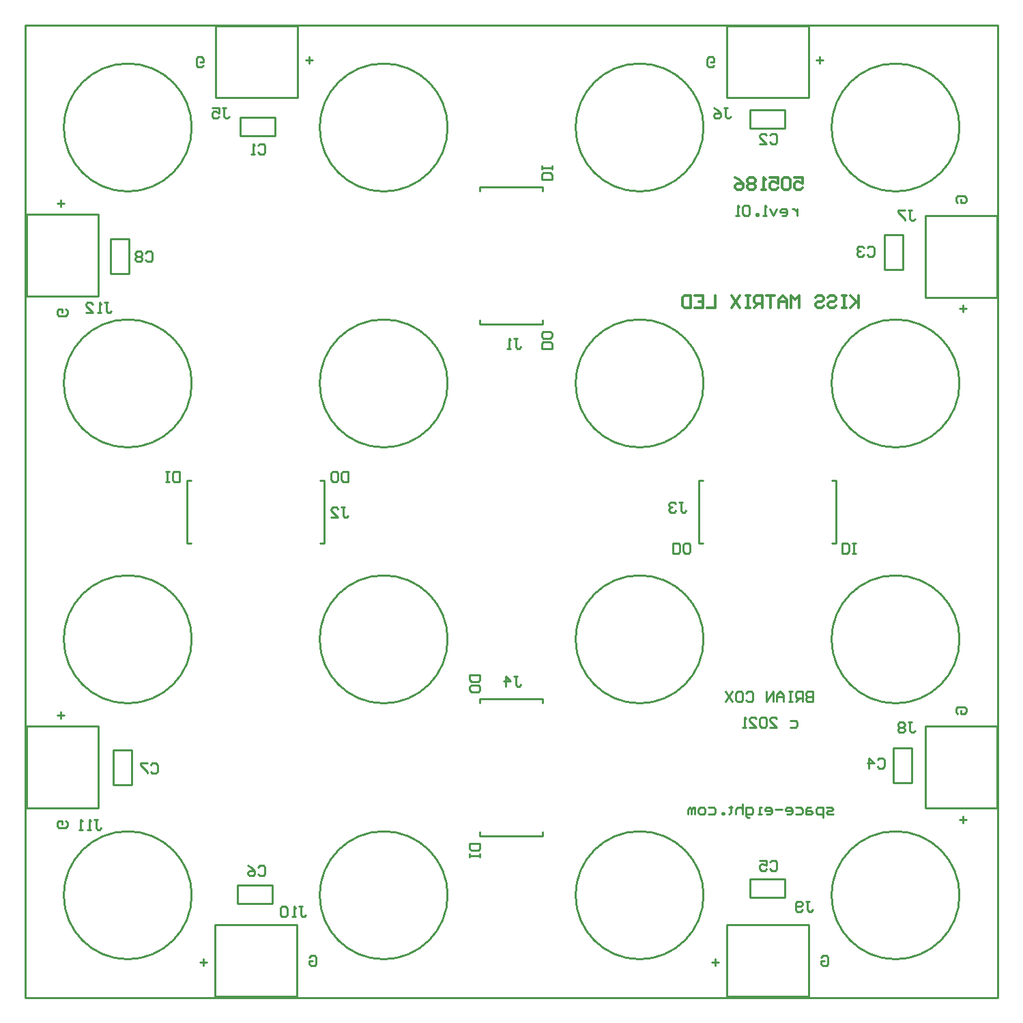
<source format=gbo>
%FSLAX25Y25*%
%MOIN*%
G70*
G01*
G75*
G04 Layer_Color=33789*
%ADD10R,0.05906X0.05906*%
%ADD11P,0.08352X4X345.0*%
%ADD12P,0.08352X4X285.0*%
%ADD13C,0.02500*%
%ADD14C,0.05000*%
%ADD15C,0.16500*%
%ADD16R,0.12500X0.12500*%
%ADD17C,0.12500*%
%ADD18R,0.12500X0.12500*%
%ADD19C,0.04000*%
%ADD20R,0.05000X0.08000*%
%ADD21R,0.08000X0.05000*%
%ADD22R,0.17716X0.12205*%
%ADD23R,0.12205X0.17716*%
%ADD24C,0.01000*%
%ADD25C,0.01200*%
D24*
X381750Y600500D02*
G03*
X381750Y600500I-31250J0D01*
G01*
X506750D02*
G03*
X506750Y600500I-31250J0D01*
G01*
X756750D02*
G03*
X756750Y600500I-31250J0D01*
G01*
X631750D02*
G03*
X631750Y600500I-31250J0D01*
G01*
X381750Y475500D02*
G03*
X381750Y475500I-31250J0D01*
G01*
X506750D02*
G03*
X506750Y475500I-31250J0D01*
G01*
X631750D02*
G03*
X631750Y475500I-31250J0D01*
G01*
Y350500D02*
G03*
X631750Y350500I-31250J0D01*
G01*
X756750Y475500D02*
G03*
X756750Y475500I-31250J0D01*
G01*
Y350500D02*
G03*
X756750Y350500I-31250J0D01*
G01*
X506750D02*
G03*
X506750Y350500I-31250J0D01*
G01*
X381750D02*
G03*
X381750Y350500I-31250J0D01*
G01*
Y725500D02*
G03*
X381750Y725500I-31250J0D01*
G01*
X756750D02*
G03*
X756750Y725500I-31250J0D01*
G01*
X631750D02*
G03*
X631750Y725500I-31250J0D01*
G01*
X506750D02*
G03*
X506750Y725500I-31250J0D01*
G01*
X300500Y300500D02*
X775500D01*
X300500D02*
Y775500D01*
X775500Y300500D02*
Y775500D01*
X300500D02*
X775500D01*
X654484Y349484D02*
Y358516D01*
Y349484D02*
X671516D01*
Y358516D01*
X654484D02*
X671516D01*
X301000Y643000D02*
X318500D01*
X336000D02*
Y683000D01*
X301000D02*
X318500D01*
X301000Y643000D02*
Y683000D01*
X318500D02*
X336000D01*
X318500Y643000D02*
X336000D01*
X301000Y393000D02*
X318500D01*
X336000D02*
Y433000D01*
X301000D02*
X318500D01*
X301000Y393000D02*
Y433000D01*
X318500D02*
X336000D01*
X318500Y393000D02*
X336000D01*
X433000Y301000D02*
Y318500D01*
X393000Y336000D02*
X433000D01*
X393000Y301000D02*
Y318500D01*
Y301000D02*
X433000D01*
X393000Y318500D02*
Y336000D01*
X433000Y318500D02*
Y336000D01*
X683000Y301000D02*
Y318500D01*
X643000Y336000D02*
X683000D01*
X643000Y301000D02*
Y318500D01*
Y301000D02*
X683000D01*
X643000Y318500D02*
Y336000D01*
X683000Y318500D02*
Y336000D01*
X757500Y433000D02*
X775000D01*
X740000Y393000D02*
Y433000D01*
X757500Y393000D02*
X775000D01*
Y433000D01*
X740000Y393000D02*
X757500D01*
X740000Y433000D02*
X757500D01*
Y682500D02*
X775000D01*
X740000Y642500D02*
Y682500D01*
X757500Y642500D02*
X775000D01*
Y682500D01*
X740000Y642500D02*
X757500D01*
X740000Y682500D02*
X757500D01*
X643000Y757500D02*
Y775000D01*
Y740000D02*
X683000D01*
Y757500D02*
Y775000D01*
X643000D02*
X683000D01*
Y740000D02*
Y757500D01*
X643000Y740000D02*
Y757500D01*
X393500D02*
Y775000D01*
Y740000D02*
X433500D01*
Y757500D02*
Y775000D01*
X393500D02*
X433500D01*
Y740000D02*
Y757500D01*
X393500Y740000D02*
Y757500D01*
X351016Y653984D02*
Y671016D01*
X341984Y653984D02*
X351016D01*
X341984D02*
Y671016D01*
X351016D01*
X352516Y404484D02*
Y421516D01*
X343484Y404484D02*
X352516D01*
X343484D02*
Y421516D01*
X352516D01*
X403984Y355516D02*
X421016D01*
Y346484D02*
Y355516D01*
X403984Y346484D02*
X421016D01*
X403984D02*
Y355516D01*
X724484Y405484D02*
Y422516D01*
X733516D01*
Y405484D02*
Y422516D01*
X724484Y405484D02*
X733516D01*
X719984Y655984D02*
Y673016D01*
X729016D01*
Y655984D02*
Y673016D01*
X719984Y655984D02*
X729016D01*
X654484Y724984D02*
X671516D01*
X654484D02*
Y734016D01*
X671516D01*
Y724984D02*
Y734016D01*
X405484Y721484D02*
X422516D01*
X405484D02*
Y730516D01*
X422516D01*
Y721484D02*
Y730516D01*
X552953Y379409D02*
Y381378D01*
X522441Y379409D02*
X552953D01*
X522441D02*
Y381378D01*
X552953Y444370D02*
Y446339D01*
X522441D02*
X552953D01*
X522441Y444370D02*
Y446339D01*
X694370Y552953D02*
X696339D01*
Y522441D02*
Y552953D01*
X694370Y522441D02*
X696339D01*
X629409Y552953D02*
X631378D01*
X629409Y522441D02*
Y552953D01*
Y522441D02*
X631378D01*
X379409D02*
X381378D01*
X379409D02*
Y552953D01*
X381378D01*
X444370Y522441D02*
X446339D01*
Y552953D01*
X444370D02*
X446339D01*
X522547Y694370D02*
Y696339D01*
X553059D01*
Y694370D02*
Y696339D01*
X522547Y629409D02*
Y631378D01*
Y629409D02*
X553059D01*
Y631378D01*
X616858Y517502D02*
Y522500D01*
X619357D01*
X620190Y521667D01*
Y518335D01*
X619357Y517502D01*
X616858D01*
X624356D02*
X622690D01*
X621857Y518335D01*
Y521667D01*
X622690Y522500D01*
X624356D01*
X625189Y521667D01*
Y518335D01*
X624356Y517502D01*
X699358D02*
Y522500D01*
X701858D01*
X702691Y521667D01*
Y518335D01*
X701858Y517502D01*
X699358D01*
X704357D02*
X706023D01*
X705190D01*
Y522500D01*
X704357D01*
X706023D01*
X517502Y458142D02*
X522500D01*
Y455643D01*
X521667Y454810D01*
X518335D01*
X517502Y455643D01*
Y458142D01*
Y450644D02*
Y452310D01*
X518335Y453143D01*
X521667D01*
X522500Y452310D01*
Y450644D01*
X521667Y449811D01*
X518335D01*
X517502Y450644D01*
Y375642D02*
X522500D01*
Y373143D01*
X521667Y372309D01*
X518335D01*
X517502Y373143D01*
Y375642D01*
Y370643D02*
Y368977D01*
Y369810D01*
X522500D01*
Y370643D01*
Y368977D01*
X458248Y557498D02*
Y552500D01*
X455749D01*
X454916Y553333D01*
Y556665D01*
X455749Y557498D01*
X458248D01*
X450750D02*
X452417D01*
X453250Y556665D01*
Y553333D01*
X452417Y552500D01*
X450750D01*
X449917Y553333D01*
Y556665D01*
X450750Y557498D01*
X375748D02*
Y552500D01*
X373249D01*
X372416Y553333D01*
Y556665D01*
X373249Y557498D01*
X375748D01*
X370750D02*
X369083D01*
X369917D01*
Y552500D01*
X370750D01*
X369083D01*
X557605Y617500D02*
X552606D01*
Y619999D01*
X553439Y620832D01*
X556772D01*
X557605Y619999D01*
Y617500D01*
Y624998D02*
Y623331D01*
X556772Y622498D01*
X553439D01*
X552606Y623331D01*
Y624998D01*
X553439Y625831D01*
X556772D01*
X557605Y624998D01*
Y700000D02*
X552606D01*
Y702499D01*
X553439Y703332D01*
X556772D01*
X557605Y702499D01*
Y700000D01*
Y704998D02*
Y706665D01*
Y705831D01*
X552606D01*
Y704998D01*
Y706665D01*
X760000Y636999D02*
X756668D01*
X758334Y638665D02*
Y635333D01*
X755835Y688668D02*
X755002Y689501D01*
Y691167D01*
X755835Y692000D01*
X759167D01*
X760000Y691167D01*
Y689501D01*
X759167Y688668D01*
X757501D01*
Y690334D01*
X688501Y760000D02*
Y756668D01*
X686835Y758334D02*
X690167D01*
X636832Y755835D02*
X635999Y755002D01*
X634333D01*
X633500Y755835D01*
Y759167D01*
X634333Y760000D01*
X635999D01*
X636832Y759167D01*
Y757501D01*
X635166D01*
X439001Y760000D02*
Y756668D01*
X437335Y758334D02*
X440667D01*
X387332Y755835D02*
X386499Y755002D01*
X384833D01*
X384000Y755835D01*
Y759167D01*
X384833Y760000D01*
X386499D01*
X387332Y759167D01*
Y757501D01*
X385666D01*
X316000Y688501D02*
X319332D01*
X317666Y686835D02*
Y690167D01*
X320165Y636832D02*
X320998Y635999D01*
Y634333D01*
X320165Y633500D01*
X316833D01*
X316000Y634333D01*
Y635999D01*
X316833Y636832D01*
X318499D01*
Y635166D01*
X316000Y438501D02*
X319332D01*
X317666Y436835D02*
Y440167D01*
X320165Y386832D02*
X320998Y385999D01*
Y384333D01*
X320165Y383500D01*
X316833D01*
X316000Y384333D01*
Y385999D01*
X316833Y386832D01*
X318499D01*
Y385166D01*
X387499Y316000D02*
Y319332D01*
X389165Y317666D02*
X385833D01*
X439168Y320165D02*
X440001Y320998D01*
X441667D01*
X442500Y320165D01*
Y316833D01*
X441667Y316000D01*
X440001D01*
X439168Y316833D01*
Y318499D01*
X440834D01*
X637499Y316000D02*
Y319332D01*
X639165Y317666D02*
X635833D01*
X689168Y320165D02*
X690001Y320998D01*
X691667D01*
X692500Y320165D01*
Y316833D01*
X691667Y316000D01*
X690001D01*
X689168Y316833D01*
Y318499D01*
X690834D01*
X664168Y366665D02*
X665001Y367498D01*
X666667D01*
X667500Y366665D01*
Y363333D01*
X666667Y362500D01*
X665001D01*
X664168Y363333D01*
X659169Y367498D02*
X662502D01*
Y364999D01*
X660836Y365832D01*
X660002D01*
X659169Y364999D01*
Y363333D01*
X660002Y362500D01*
X661669D01*
X662502Y363333D01*
X414168Y716665D02*
X415001Y717498D01*
X416667D01*
X417500Y716665D01*
Y713333D01*
X416667Y712500D01*
X415001D01*
X414168Y713333D01*
X412502Y712500D02*
X410836D01*
X411669D01*
Y717498D01*
X412502Y716665D01*
X664168Y721665D02*
X665001Y722498D01*
X666667D01*
X667500Y721665D01*
Y718333D01*
X666667Y717500D01*
X665001D01*
X664168Y718333D01*
X659169Y717500D02*
X662502D01*
X659169Y720832D01*
Y721665D01*
X660002Y722498D01*
X661669D01*
X662502Y721665D01*
X711668Y666665D02*
X712501Y667498D01*
X714167D01*
X715000Y666665D01*
Y663333D01*
X714167Y662500D01*
X712501D01*
X711668Y663333D01*
X710002Y666665D02*
X709169Y667498D01*
X707502D01*
X706669Y666665D01*
Y665832D01*
X707502Y664999D01*
X708335D01*
X707502D01*
X706669Y664166D01*
Y663333D01*
X707502Y662500D01*
X709169D01*
X710002Y663333D01*
X716668Y416665D02*
X717501Y417498D01*
X719167D01*
X720000Y416665D01*
Y413333D01*
X719167Y412500D01*
X717501D01*
X716668Y413333D01*
X712502Y412500D02*
Y417498D01*
X715002Y414999D01*
X711669D01*
X414168Y364165D02*
X415001Y364998D01*
X416667D01*
X417500Y364165D01*
Y360833D01*
X416667Y360000D01*
X415001D01*
X414168Y360833D01*
X409169Y364998D02*
X410836Y364165D01*
X412502Y362499D01*
Y360833D01*
X411669Y360000D01*
X410002D01*
X409169Y360833D01*
Y361666D01*
X410002Y362499D01*
X412502D01*
X361668Y414165D02*
X362501Y414998D01*
X364167D01*
X365000Y414165D01*
Y410833D01*
X364167Y410000D01*
X362501D01*
X361668Y410833D01*
X360002Y414998D02*
X356669D01*
Y414165D01*
X360002Y410833D01*
Y410000D01*
X359168Y664165D02*
X360001Y664998D01*
X361667D01*
X362500Y664165D01*
Y660833D01*
X361667Y660000D01*
X360001D01*
X359168Y660833D01*
X357502Y664165D02*
X356669Y664998D01*
X355002D01*
X354169Y664165D01*
Y663332D01*
X355002Y662499D01*
X354169Y661666D01*
Y660833D01*
X355002Y660000D01*
X356669D01*
X357502Y660833D01*
Y661666D01*
X356669Y662499D01*
X357502Y663332D01*
Y664165D01*
X356669Y662499D02*
X355002D01*
X539168Y622498D02*
X540834D01*
X540001D01*
Y618333D01*
X540834Y617500D01*
X541667D01*
X542500Y618333D01*
X537502Y617500D02*
X535836D01*
X536669D01*
Y622498D01*
X537502Y621665D01*
X454916Y539998D02*
X456582D01*
X455749D01*
Y535833D01*
X456582Y535000D01*
X457415D01*
X458248Y535833D01*
X449917Y535000D02*
X453250D01*
X449917Y538332D01*
Y539165D01*
X450750Y539998D01*
X452417D01*
X453250Y539165D01*
X619916Y542498D02*
X621582D01*
X620749D01*
Y538333D01*
X621582Y537500D01*
X622415D01*
X623248Y538333D01*
X618250Y541665D02*
X617417Y542498D01*
X615751D01*
X614917Y541665D01*
Y540832D01*
X615751Y539999D01*
X616583D01*
X615751D01*
X614917Y539166D01*
Y538333D01*
X615751Y537500D01*
X617417D01*
X618250Y538333D01*
X539168Y457498D02*
X540834D01*
X540001D01*
Y453333D01*
X540834Y452500D01*
X541667D01*
X542500Y453333D01*
X535002Y452500D02*
Y457498D01*
X537502Y454999D01*
X534169D01*
X396668Y734998D02*
X398334D01*
X397501D01*
Y730833D01*
X398334Y730000D01*
X399167D01*
X400000Y730833D01*
X391669Y734998D02*
X395002D01*
Y732499D01*
X393336Y733332D01*
X392502D01*
X391669Y732499D01*
Y730833D01*
X392502Y730000D01*
X394169D01*
X395002Y730833D01*
X641668Y734998D02*
X643334D01*
X642501D01*
Y730833D01*
X643334Y730000D01*
X644167D01*
X645000Y730833D01*
X636669Y734998D02*
X638336Y734165D01*
X640002Y732499D01*
Y730833D01*
X639169Y730000D01*
X637502D01*
X636669Y730833D01*
Y731666D01*
X637502Y732499D01*
X640002D01*
X731668Y684998D02*
X733334D01*
X732501D01*
Y680833D01*
X733334Y680000D01*
X734167D01*
X735000Y680833D01*
X730002Y684998D02*
X726669D01*
Y684165D01*
X730002Y680833D01*
Y680000D01*
X731668Y434998D02*
X733334D01*
X732501D01*
Y430833D01*
X733334Y430000D01*
X734167D01*
X735000Y430833D01*
X730002Y434165D02*
X729169Y434998D01*
X727502D01*
X726669Y434165D01*
Y433332D01*
X727502Y432499D01*
X726669Y431666D01*
Y430833D01*
X727502Y430000D01*
X729169D01*
X730002Y430833D01*
Y431666D01*
X729169Y432499D01*
X730002Y433332D01*
Y434165D01*
X729169Y432499D02*
X727502D01*
X681668Y347498D02*
X683334D01*
X682501D01*
Y343333D01*
X683334Y342500D01*
X684167D01*
X685000Y343333D01*
X680002D02*
X679169Y342500D01*
X677502D01*
X676669Y343333D01*
Y346665D01*
X677502Y347498D01*
X679169D01*
X680002Y346665D01*
Y345832D01*
X679169Y344999D01*
X676669D01*
X434168Y344998D02*
X435834D01*
X435001D01*
Y340833D01*
X435834Y340000D01*
X436667D01*
X437500Y340833D01*
X432502Y340000D02*
X430835D01*
X431669D01*
Y344998D01*
X432502Y344165D01*
X428336D02*
X427503Y344998D01*
X425837D01*
X425004Y344165D01*
Y340833D01*
X425837Y340000D01*
X427503D01*
X428336Y340833D01*
Y344165D01*
X334168Y387498D02*
X335834D01*
X335001D01*
Y383333D01*
X335834Y382500D01*
X336667D01*
X337500Y383333D01*
X332502Y382500D02*
X330836D01*
X331669D01*
Y387498D01*
X332502Y386665D01*
X328336Y382500D02*
X326670D01*
X327503D01*
Y387498D01*
X328336Y386665D01*
X339168Y639998D02*
X340834D01*
X340001D01*
Y635833D01*
X340834Y635000D01*
X341667D01*
X342500Y635833D01*
X337502Y635000D02*
X335836D01*
X336669D01*
Y639998D01*
X337502Y639165D01*
X330004Y635000D02*
X333336D01*
X330004Y638332D01*
Y639165D01*
X330837Y639998D01*
X332503D01*
X333336Y639165D01*
X695000Y390000D02*
X692501D01*
X691668Y390833D01*
X692501Y391666D01*
X694167D01*
X695000Y392499D01*
X694167Y393332D01*
X691668D01*
X690002Y388334D02*
Y393332D01*
X687502D01*
X686669Y392499D01*
Y390833D01*
X687502Y390000D01*
X690002D01*
X684170Y393332D02*
X682504D01*
X681671Y392499D01*
Y390000D01*
X684170D01*
X685003Y390833D01*
X684170Y391666D01*
X681671D01*
X676673Y393332D02*
X679172D01*
X680005Y392499D01*
Y390833D01*
X679172Y390000D01*
X676673D01*
X672507D02*
X674173D01*
X675006Y390833D01*
Y392499D01*
X674173Y393332D01*
X672507D01*
X671674Y392499D01*
Y391666D01*
X675006D01*
X670008Y392499D02*
X666676D01*
X662510Y390000D02*
X664177D01*
X665010Y390833D01*
Y392499D01*
X664177Y393332D01*
X662510D01*
X661678Y392499D01*
Y391666D01*
X665010D01*
X660011Y390000D02*
X658345D01*
X659178D01*
Y393332D01*
X660011D01*
X654180Y388334D02*
X653347D01*
X652514Y389167D01*
Y393332D01*
X655013D01*
X655846Y392499D01*
Y390833D01*
X655013Y390000D01*
X652514D01*
X650848Y394998D02*
Y390000D01*
Y392499D01*
X650015Y393332D01*
X648348D01*
X647515Y392499D01*
Y390000D01*
X645016Y394165D02*
Y393332D01*
X645849D01*
X644183D01*
X645016D01*
Y390833D01*
X644183Y390000D01*
X641684D02*
Y390833D01*
X640851D01*
Y390000D01*
X641684D01*
X634186Y393332D02*
X636686D01*
X637519Y392499D01*
Y390833D01*
X636686Y390000D01*
X634186D01*
X631687D02*
X630021D01*
X629188Y390833D01*
Y392499D01*
X630021Y393332D01*
X631687D01*
X632520Y392499D01*
Y390833D01*
X631687Y390000D01*
X627522D02*
Y393332D01*
X626689D01*
X625856Y392499D01*
Y390000D01*
Y392499D01*
X625023Y393332D01*
X624190Y392499D01*
Y390000D01*
X685000Y449998D02*
Y445000D01*
X682501D01*
X681668Y445833D01*
Y446666D01*
X682501Y447499D01*
X685000D01*
X682501D01*
X681668Y448332D01*
Y449165D01*
X682501Y449998D01*
X685000D01*
X680002Y445000D02*
Y449998D01*
X677502D01*
X676669Y449165D01*
Y447499D01*
X677502Y446666D01*
X680002D01*
X678336D02*
X676669Y445000D01*
X675003Y449998D02*
X673337D01*
X674170D01*
Y445000D01*
X675003D01*
X673337D01*
X670838D02*
Y448332D01*
X669172Y449998D01*
X667506Y448332D01*
Y445000D01*
Y447499D01*
X670838D01*
X665839Y445000D02*
Y449998D01*
X662507Y445000D01*
Y449998D01*
X652510Y449165D02*
X653344Y449998D01*
X655010D01*
X655843Y449165D01*
Y445833D01*
X655010Y445000D01*
X653344D01*
X652510Y445833D01*
X648345Y449998D02*
X650011D01*
X650844Y449165D01*
Y445833D01*
X650011Y445000D01*
X648345D01*
X647512Y445833D01*
Y449165D01*
X648345Y449998D01*
X645846D02*
X642514Y445000D01*
Y449998D02*
X645846Y445000D01*
X674168Y435832D02*
X676667D01*
X677500Y434999D01*
Y433333D01*
X676667Y432500D01*
X674168D01*
X664171D02*
X667503D01*
X664171Y435832D01*
Y436665D01*
X665004Y437498D01*
X666670D01*
X667503Y436665D01*
X662505D02*
X661672Y437498D01*
X660006D01*
X659173Y436665D01*
Y433333D01*
X660006Y432500D01*
X661672D01*
X662505Y433333D01*
Y436665D01*
X654174Y432500D02*
X657507D01*
X654174Y435832D01*
Y436665D01*
X655007Y437498D01*
X656673D01*
X657507Y436665D01*
X652508Y432500D02*
X650842D01*
X651675D01*
Y437498D01*
X652508Y436665D01*
X755835Y439168D02*
X755002Y440001D01*
Y441667D01*
X755835Y442500D01*
X759167D01*
X760000Y441667D01*
Y440001D01*
X759167Y439168D01*
X757501D01*
Y440834D01*
X760000Y387499D02*
X756668D01*
X758334Y389165D02*
Y385833D01*
X677500Y685832D02*
Y682500D01*
Y684166D01*
X676667Y684999D01*
X675834Y685832D01*
X675001D01*
X670002Y682500D02*
X671669D01*
X672502Y683333D01*
Y684999D01*
X671669Y685832D01*
X670002D01*
X669169Y684999D01*
Y684166D01*
X672502D01*
X667503Y685832D02*
X665837Y682500D01*
X664171Y685832D01*
X662505Y682500D02*
X660839D01*
X661672D01*
Y687498D01*
X662505Y686665D01*
X658340Y682500D02*
Y683333D01*
X657507D01*
Y682500D01*
X658340D01*
X654174Y686665D02*
X653341Y687498D01*
X651675D01*
X650842Y686665D01*
Y683333D01*
X651675Y682500D01*
X653341D01*
X654174Y683333D01*
Y686665D01*
X649176Y682500D02*
X647510D01*
X648343D01*
Y687498D01*
X649176Y686665D01*
D25*
X707500Y643498D02*
Y637500D01*
Y639499D01*
X703501Y643498D01*
X706500Y640499D01*
X703501Y637500D01*
X701502Y643498D02*
X699503D01*
X700502D01*
Y637500D01*
X701502D01*
X699503D01*
X692505Y642498D02*
X693504Y643498D01*
X695504D01*
X696504Y642498D01*
Y641499D01*
X695504Y640499D01*
X693504D01*
X692505Y639499D01*
Y638500D01*
X693504Y637500D01*
X695504D01*
X696504Y638500D01*
X686507Y642498D02*
X687506Y643498D01*
X689506D01*
X690506Y642498D01*
Y641499D01*
X689506Y640499D01*
X687506D01*
X686507Y639499D01*
Y638500D01*
X687506Y637500D01*
X689506D01*
X690506Y638500D01*
X678509Y637500D02*
Y643498D01*
X676510Y641499D01*
X674511Y643498D01*
Y637500D01*
X672511D02*
Y641499D01*
X670512Y643498D01*
X668513Y641499D01*
Y637500D01*
Y640499D01*
X672511D01*
X666513Y643498D02*
X662514D01*
X664514D01*
Y637500D01*
X660515D02*
Y643498D01*
X657516D01*
X656517Y642498D01*
Y640499D01*
X657516Y639499D01*
X660515D01*
X658516D02*
X656517Y637500D01*
X654517Y643498D02*
X652518D01*
X653517D01*
Y637500D01*
X654517D01*
X652518D01*
X649519Y643498D02*
X645520Y637500D01*
Y643498D02*
X649519Y637500D01*
X637523Y643498D02*
Y637500D01*
X633524D01*
X627526Y643498D02*
X631525D01*
Y637500D01*
X627526D01*
X631525Y640499D02*
X629525D01*
X625527Y643498D02*
Y637500D01*
X622528D01*
X621528Y638500D01*
Y642498D01*
X622528Y643498D01*
X625527D01*
X676001Y700998D02*
X680000D01*
Y697999D01*
X678001Y698999D01*
X677001D01*
X676001Y697999D01*
Y696000D01*
X677001Y695000D01*
X679000D01*
X680000Y696000D01*
X674002Y699998D02*
X673002Y700998D01*
X671003D01*
X670003Y699998D01*
Y696000D01*
X671003Y695000D01*
X673002D01*
X674002Y696000D01*
Y699998D01*
X664005Y700998D02*
X668004D01*
Y697999D01*
X666005Y698999D01*
X665005D01*
X664005Y697999D01*
Y696000D01*
X665005Y695000D01*
X667004D01*
X668004Y696000D01*
X662006Y695000D02*
X660007D01*
X661006D01*
Y700998D01*
X662006Y699998D01*
X657007D02*
X656008Y700998D01*
X654008D01*
X653009Y699998D01*
Y698999D01*
X654008Y697999D01*
X653009Y696999D01*
Y696000D01*
X654008Y695000D01*
X656008D01*
X657007Y696000D01*
Y696999D01*
X656008Y697999D01*
X657007Y698999D01*
Y699998D01*
X656008Y697999D02*
X654008D01*
X647011Y700998D02*
X649010Y699998D01*
X651009Y697999D01*
Y696000D01*
X650010Y695000D01*
X648010D01*
X647011Y696000D01*
Y696999D01*
X648010Y697999D01*
X651009D01*
M02*

</source>
